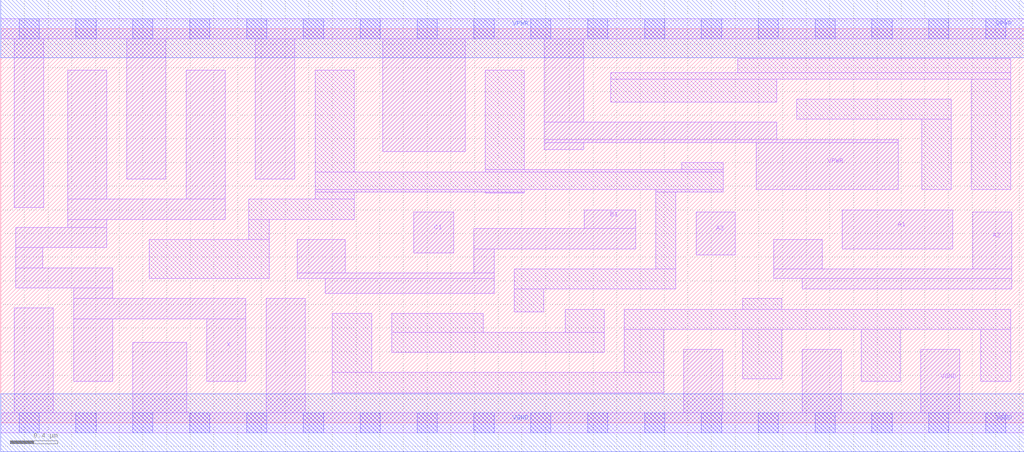
<source format=lef>
# Copyright 2020 The SkyWater PDK Authors
#
# Licensed under the Apache License, Version 2.0 (the "License");
# you may not use this file except in compliance with the License.
# You may obtain a copy of the License at
#
#     https://www.apache.org/licenses/LICENSE-2.0
#
# Unless required by applicable law or agreed to in writing, software
# distributed under the License is distributed on an "AS IS" BASIS,
# WITHOUT WARRANTIES OR CONDITIONS OF ANY KIND, either express or implied.
# See the License for the specific language governing permissions and
# limitations under the License.
#
# SPDX-License-Identifier: Apache-2.0

VERSION 5.7 ;
  NAMESCASESENSITIVE ON ;
  NOWIREEXTENSIONATPIN ON ;
  DIVIDERCHAR "/" ;
  BUSBITCHARS "[]" ;
UNITS
  DATABASE MICRONS 200 ;
END UNITS
MACRO sky130_fd_sc_hs__o311a_4
  CLASS CORE ;
  SOURCE USER ;
  FOREIGN sky130_fd_sc_hs__o311a_4 ;
  ORIGIN  0.000000  0.000000 ;
  SIZE  8.640000 BY  3.330000 ;
  SYMMETRY X Y ;
  SITE unit ;
  PIN A1
    ANTENNAGATEAREA  0.492000 ;
    DIRECTION INPUT ;
    USE SIGNAL ;
    PORT
      LAYER li1 ;
        RECT 7.105000 1.470000 8.035000 1.800000 ;
    END
  END A1
  PIN A2
    ANTENNAGATEAREA  0.492000 ;
    DIRECTION INPUT ;
    USE SIGNAL ;
    PORT
      LAYER li1 ;
        RECT 6.525000 1.220000 8.535000 1.300000 ;
        RECT 6.525000 1.300000 6.935000 1.550000 ;
        RECT 6.765000 1.130000 8.535000 1.220000 ;
        RECT 8.205000 1.300000 8.535000 1.780000 ;
    END
  END A2
  PIN A3
    ANTENNAGATEAREA  0.492000 ;
    DIRECTION INPUT ;
    USE SIGNAL ;
    PORT
      LAYER li1 ;
        RECT 5.870000 1.420000 6.200000 1.780000 ;
    END
  END A3
  PIN B1
    ANTENNAGATEAREA  0.492000 ;
    DIRECTION INPUT ;
    USE SIGNAL ;
    PORT
      LAYER li1 ;
        RECT 2.505000 1.220000 4.165000 1.265000 ;
        RECT 2.505000 1.265000 2.910000 1.550000 ;
        RECT 2.740000 1.095000 4.165000 1.220000 ;
        RECT 3.995000 1.265000 4.165000 1.470000 ;
        RECT 3.995000 1.470000 5.360000 1.640000 ;
        RECT 4.925000 1.640000 5.360000 1.800000 ;
    END
  END B1
  PIN C1
    ANTENNAGATEAREA  0.492000 ;
    DIRECTION INPUT ;
    USE SIGNAL ;
    PORT
      LAYER li1 ;
        RECT 3.485000 1.435000 3.825000 1.780000 ;
    END
  END C1
  PIN X
    ANTENNADIFFAREA  1.345400 ;
    DIRECTION OUTPUT ;
    USE SIGNAL ;
    PORT
      LAYER li1 ;
        RECT 0.125000 1.140000 0.945000 1.310000 ;
        RECT 0.125000 1.310000 0.355000 1.480000 ;
        RECT 0.125000 1.480000 0.895000 1.650000 ;
        RECT 0.565000 1.650000 0.895000 1.720000 ;
        RECT 0.565000 1.720000 1.895000 1.890000 ;
        RECT 0.565000 1.890000 0.895000 2.980000 ;
        RECT 0.615000 0.350000 0.945000 0.880000 ;
        RECT 0.615000 0.880000 2.070000 1.050000 ;
        RECT 0.615000 1.050000 0.945000 1.140000 ;
        RECT 1.565000 1.890000 1.895000 2.980000 ;
        RECT 1.740000 0.350000 2.070000 0.880000 ;
    END
  END X
  PIN VGND
    DIRECTION INOUT ;
    USE GROUND ;
    PORT
      LAYER li1 ;
        RECT 0.000000 -0.085000 8.640000 0.085000 ;
        RECT 0.115000  0.085000 0.445000 0.970000 ;
        RECT 1.115000  0.085000 1.570000 0.680000 ;
        RECT 2.240000  0.085000 2.570000 1.050000 ;
        RECT 5.765000  0.085000 6.095000 0.620000 ;
        RECT 6.765000  0.085000 7.095000 0.620000 ;
        RECT 7.765000  0.085000 8.095000 0.620000 ;
      LAYER mcon ;
        RECT 0.155000 -0.085000 0.325000 0.085000 ;
        RECT 0.635000 -0.085000 0.805000 0.085000 ;
        RECT 1.115000 -0.085000 1.285000 0.085000 ;
        RECT 1.595000 -0.085000 1.765000 0.085000 ;
        RECT 2.075000 -0.085000 2.245000 0.085000 ;
        RECT 2.555000 -0.085000 2.725000 0.085000 ;
        RECT 3.035000 -0.085000 3.205000 0.085000 ;
        RECT 3.515000 -0.085000 3.685000 0.085000 ;
        RECT 3.995000 -0.085000 4.165000 0.085000 ;
        RECT 4.475000 -0.085000 4.645000 0.085000 ;
        RECT 4.955000 -0.085000 5.125000 0.085000 ;
        RECT 5.435000 -0.085000 5.605000 0.085000 ;
        RECT 5.915000 -0.085000 6.085000 0.085000 ;
        RECT 6.395000 -0.085000 6.565000 0.085000 ;
        RECT 6.875000 -0.085000 7.045000 0.085000 ;
        RECT 7.355000 -0.085000 7.525000 0.085000 ;
        RECT 7.835000 -0.085000 8.005000 0.085000 ;
        RECT 8.315000 -0.085000 8.485000 0.085000 ;
      LAYER met1 ;
        RECT 0.000000 -0.245000 8.640000 0.245000 ;
    END
  END VGND
  PIN VPWR
    DIRECTION INOUT ;
    USE POWER ;
    PORT
      LAYER li1 ;
        RECT 0.000000 3.245000 8.640000 3.415000 ;
        RECT 0.115000 1.820000 0.365000 3.245000 ;
        RECT 1.065000 2.060000 1.395000 3.245000 ;
        RECT 2.150000 2.060000 2.480000 3.245000 ;
        RECT 3.225000 2.290000 3.920000 3.245000 ;
        RECT 4.590000 2.310000 4.920000 2.370000 ;
        RECT 4.590000 2.370000 7.575000 2.395000 ;
        RECT 4.590000 2.395000 6.550000 2.540000 ;
        RECT 4.590000 2.540000 4.920000 3.245000 ;
        RECT 6.380000 1.970000 7.575000 2.370000 ;
      LAYER mcon ;
        RECT 0.155000 3.245000 0.325000 3.415000 ;
        RECT 0.635000 3.245000 0.805000 3.415000 ;
        RECT 1.115000 3.245000 1.285000 3.415000 ;
        RECT 1.595000 3.245000 1.765000 3.415000 ;
        RECT 2.075000 3.245000 2.245000 3.415000 ;
        RECT 2.555000 3.245000 2.725000 3.415000 ;
        RECT 3.035000 3.245000 3.205000 3.415000 ;
        RECT 3.515000 3.245000 3.685000 3.415000 ;
        RECT 3.995000 3.245000 4.165000 3.415000 ;
        RECT 4.475000 3.245000 4.645000 3.415000 ;
        RECT 4.955000 3.245000 5.125000 3.415000 ;
        RECT 5.435000 3.245000 5.605000 3.415000 ;
        RECT 5.915000 3.245000 6.085000 3.415000 ;
        RECT 6.395000 3.245000 6.565000 3.415000 ;
        RECT 6.875000 3.245000 7.045000 3.415000 ;
        RECT 7.355000 3.245000 7.525000 3.415000 ;
        RECT 7.835000 3.245000 8.005000 3.415000 ;
        RECT 8.315000 3.245000 8.485000 3.415000 ;
      LAYER met1 ;
        RECT 0.000000 3.085000 8.640000 3.575000 ;
    END
  END VPWR
  OBS
    LAYER li1 ;
      RECT 1.255000 1.220000 2.265000 1.550000 ;
      RECT 2.095000 1.550000 2.265000 1.720000 ;
      RECT 2.095000 1.720000 2.985000 1.890000 ;
      RECT 2.655000 1.890000 2.985000 1.950000 ;
      RECT 2.655000 1.950000 4.420000 1.970000 ;
      RECT 2.655000 1.970000 6.100000 2.120000 ;
      RECT 2.655000 2.120000 2.985000 2.980000 ;
      RECT 2.800000 0.255000 5.595000 0.425000 ;
      RECT 2.800000 0.425000 3.130000 0.925000 ;
      RECT 3.300000 0.595000 5.095000 0.765000 ;
      RECT 3.300000 0.765000 4.075000 0.925000 ;
      RECT 4.090000 1.940000 4.420000 1.950000 ;
      RECT 4.090000 2.120000 6.100000 2.140000 ;
      RECT 4.090000 2.140000 4.420000 2.980000 ;
      RECT 4.335000 0.935000 4.585000 1.130000 ;
      RECT 4.335000 1.130000 5.700000 1.300000 ;
      RECT 4.765000 0.765000 5.095000 0.960000 ;
      RECT 5.150000 2.710000 6.550000 2.905000 ;
      RECT 5.150000 2.905000 8.525000 2.960000 ;
      RECT 5.265000 0.425000 5.595000 0.790000 ;
      RECT 5.265000 0.790000 8.525000 0.960000 ;
      RECT 5.530000 1.300000 5.700000 1.950000 ;
      RECT 5.530000 1.950000 6.100000 1.970000 ;
      RECT 5.750000 2.140000 6.100000 2.200000 ;
      RECT 6.220000 2.960000 8.525000 3.075000 ;
      RECT 6.265000 0.370000 6.595000 0.790000 ;
      RECT 6.265000 0.960000 6.595000 1.050000 ;
      RECT 6.720000 2.565000 8.025000 2.735000 ;
      RECT 7.265000 0.350000 7.595000 0.790000 ;
      RECT 7.775000 1.970000 8.025000 2.565000 ;
      RECT 8.195000 1.970000 8.525000 2.905000 ;
      RECT 8.275000 0.350000 8.525000 0.790000 ;
  END
END sky130_fd_sc_hs__o311a_4

</source>
